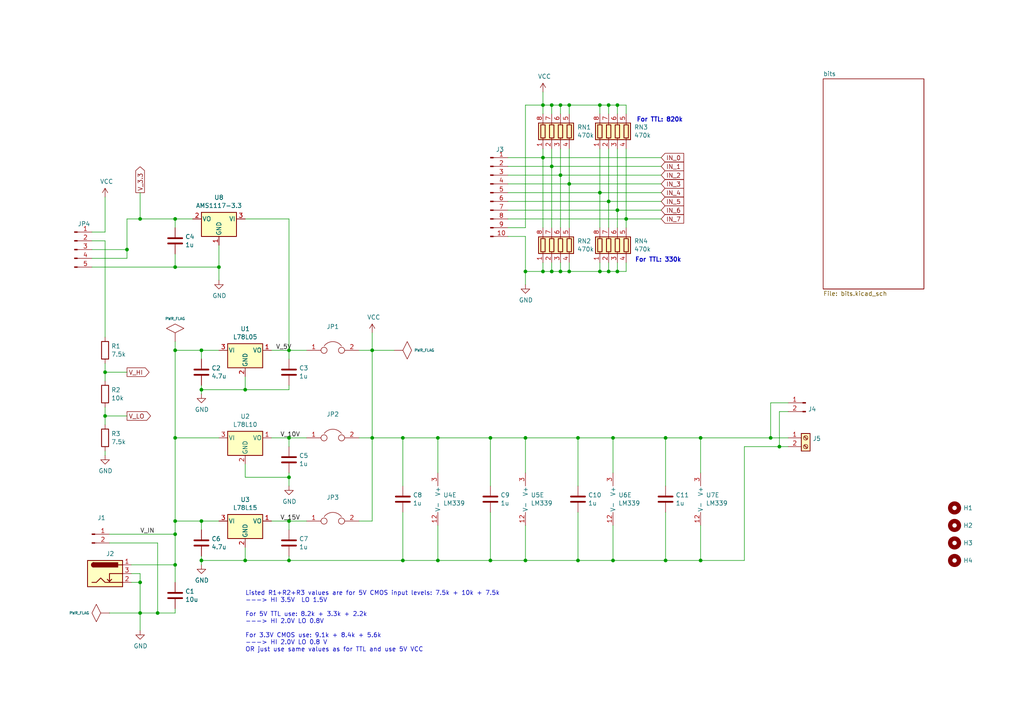
<source format=kicad_sch>
(kicad_sch (version 20231120) (generator "eeschema") (generator_version "8.0")
  (paper "A4")
  (title_block (title "8-bit RGB Logic Probe") (date "2019-04-26") (rev "1.0") (company "sjm 2019-04"))
  (lib_symbols
    (symbol "Comparator:LM339" (pin_names (offset 0.127))
      (property "Reference" "U" (at 0 5.08 0))
      (property "Value" "LM339" (at 0 -5.08 0))
      (symbol "LM339_1_1"
        (polyline (pts (xy -5.08 5.08) (xy 5.08 0) (xy -5.08 -5.08) (xy -5.08 5.08)) (stroke (width 0.254)) (fill (type background)))
        (polyline (pts (xy 3.302 -0.508) (xy 2.794 -0.508) (xy 3.302 0) (xy 2.794 0.508) (xy 2.286 0) (xy 2.794 -0.508) (xy 2.286 -0.508)) (stroke (width 0.127)))
        (pin open_collector line (at 7.62 0 180) (length 2.54) (name "~") (number "2"))
        (pin input line (at -7.62 -2.54 0) (length 2.54) (name "-") (number "4"))
        (pin input line (at -7.62 2.54 0) (length 2.54) (name "+") (number "5"))
      )
      (symbol "LM339_2_1"
        (polyline (pts (xy -5.08 5.08) (xy 5.08 0) (xy -5.08 -5.08) (xy -5.08 5.08)) (stroke (width 0.254)) (fill (type background)))
        (polyline (pts (xy 3.302 -0.508) (xy 2.794 -0.508) (xy 3.302 0) (xy 2.794 0.508) (xy 2.286 0) (xy 2.794 -0.508) (xy 2.286 -0.508)) (stroke (width 0.127)))
        (pin open_collector line (at 7.62 0 180) (length 2.54) (name "~") (number "1"))
        (pin input line (at -7.62 -2.54 0) (length 2.54) (name "-") (number "6"))
        (pin input line (at -7.62 2.54 0) (length 2.54) (name "+") (number "7"))
      )
      (symbol "LM339_3_1"
        (polyline (pts (xy -5.08 5.08) (xy 5.08 0) (xy -5.08 -5.08) (xy -5.08 5.08)) (stroke (width 0.254)) (fill (type background)))
        (polyline (pts (xy 3.302 -0.508) (xy 2.794 -0.508) (xy 3.302 0) (xy 2.794 0.508) (xy 2.286 0) (xy 2.794 -0.508) (xy 2.286 -0.508)) (stroke (width 0.127)))
        (pin input line (at -7.62 -2.54 0) (length 2.54) (name "-") (number "10"))
        (pin input line (at -7.62 2.54 0) (length 2.54) (name "+") (number "11"))
        (pin open_collector line (at 7.62 0 180) (length 2.54) (name "~") (number "13"))
      )
      (symbol "LM339_4_1"
        (polyline (pts (xy -5.08 5.08) (xy 5.08 0) (xy -5.08 -5.08) (xy -5.08 5.08)) (stroke (width 0.254)) (fill (type background)))
        (polyline (pts (xy 3.302 -0.508) (xy 2.794 -0.508) (xy 3.302 0) (xy 2.794 0.508) (xy 2.286 0) (xy 2.794 -0.508) (xy 2.286 -0.508)) (stroke (width 0.127)))
        (pin open_collector line (at 7.62 0 180) (length 2.54) (name "~") (number "14"))
        (pin input line (at -7.62 -2.54 0) (length 2.54) (name "-") (number "8"))
        (pin input line (at -7.62 2.54 0) (length 2.54) (name "+") (number "9"))
      )
      (symbol "LM339_5_1"
        (pin power_in line (at -2.54 -7.62 90) (length 3.81) (name "V-") (number "12"))
        (pin power_in line (at -2.54 7.62 270) (length 3.81) (name "V+") (number "3"))
      )
    )
    (symbol "Connector:Barrel_Jack_Switch" (pin_names hide)
      (property "Reference" "J" (at 0 5.334 0))
      (property "Value" "Barrel_Jack_Switch" (at 0 -5.08 0))
      (symbol "Barrel_Jack_Switch_0_1"
        (rectangle (start -5.08 3.81) (end 5.08 -3.81) (stroke (width 0.254)) (fill (type background)))
        (arc (start -3.302 3.175) (mid -3.9342 2.54) (end -3.302 1.905) (stroke (width 0.254)))
        (arc (start -3.302 3.175) (mid -3.9342 2.54) (end -3.302 1.905) (stroke (width 0.254)) (fill (type outline)))
        (polyline (pts (xy 1.27 -2.286) (xy 1.905 -1.651)) (stroke (width 0.254)))
        (polyline (pts (xy 5.08 2.54) (xy 3.81 2.54)) (stroke (width 0.254)))
        (polyline (pts (xy 5.08 0) (xy 1.27 0) (xy 1.27 -2.286) (xy 0.635 -1.651)) (stroke (width 0.254)))
        (polyline (pts (xy -3.81 -2.54) (xy -2.54 -2.54) (xy -1.27 -1.27) (xy 0 -2.54) (xy 2.54 -2.54) (xy 5.08 -2.54)) (stroke (width 0.254)))
        (rectangle (start 3.683 3.175) (end -3.302 1.905) (stroke (width 0.254)) (fill (type outline)))
      )
      (symbol "Barrel_Jack_Switch_1_1"
        (pin passive line (at 7.62 2.54 180) (length 2.54) (name "~") (number "1"))
        (pin passive line (at 7.62 -2.54 180) (length 2.54) (name "~") (number "2"))
        (pin passive line (at 7.62 0 180) (length 2.54) (name "~") (number "3"))
      )
    )
    (symbol "Connector:Conn_01x02_Male" (pin_names (offset 1.016) hide)
      (property "Reference" "J" (at 0 2.54 0))
      (property "Value" "Conn_01x02_Male" (at 0 -5.08 0))
      (symbol "Conn_01x02_Male_1_1"
        (polyline (pts (xy 1.27 -2.54) (xy 0.8636 -2.54)) (stroke (width 0.1524)))
        (polyline (pts (xy 1.27 0) (xy 0.8636 0)) (stroke (width 0.1524)))
        (rectangle (start 0.8636 -2.413) (end 0 -2.667) (stroke (width 0.1524)) (fill (type outline)))
        (rectangle (start 0.8636 0.127) (end 0 -0.127) (stroke (width 0.1524)) (fill (type outline)))
        (pin passive line (at 5.08 0 180) (length 3.81) (name "Pin_1") (number "1"))
        (pin passive line (at 5.08 -2.54 180) (length 3.81) (name "Pin_2") (number "2"))
      )
    )
    (symbol "Connector:Conn_01x05_Male" (pin_names (offset 1.016) hide)
      (property "Reference" "J" (at 0 7.62 0))
      (property "Value" "Conn_01x05_Male" (at 0 -7.62 0))
      (symbol "Conn_01x05_Male_1_1"
        (polyline (pts (xy 1.27 -5.08) (xy 0.8636 -5.08)) (stroke (width 0.1524)))
        (polyline (pts (xy 1.27 -2.54) (xy 0.8636 -2.54)) (stroke (width 0.1524)))
        (polyline (pts (xy 1.27 0) (xy 0.8636 0)) (stroke (width 0.1524)))
        (polyline (pts (xy 1.27 2.54) (xy 0.8636 2.54)) (stroke (width 0.1524)))
        (polyline (pts (xy 1.27 5.08) (xy 0.8636 5.08)) (stroke (width 0.1524)))
        (rectangle (start 0.8636 -4.953) (end 0 -5.207) (stroke (width 0.1524)) (fill (type outline)))
        (rectangle (start 0.8636 -2.413) (end 0 -2.667) (stroke (width 0.1524)) (fill (type outline)))
        (rectangle (start 0.8636 0.127) (end 0 -0.127) (stroke (width 0.1524)) (fill (type outline)))
        (rectangle (start 0.8636 2.667) (end 0 2.413) (stroke (width 0.1524)) (fill (type outline)))
        (rectangle (start 0.8636 5.207) (end 0 4.953) (stroke (width 0.1524)) (fill (type outline)))
        (pin passive line (at 5.08 5.08 180) (length 3.81) (name "Pin_1") (number "1"))
        (pin passive line (at 5.08 2.54 180) (length 3.81) (name "Pin_2") (number "2"))
        (pin passive line (at 5.08 0 180) (length 3.81) (name "Pin_3") (number "3"))
        (pin passive line (at 5.08 -2.54 180) (length 3.81) (name "Pin_4") (number "4"))
        (pin passive line (at 5.08 -5.08 180) (length 3.81) (name "Pin_5") (number "5"))
      )
    )
    (symbol "Connector:Conn_01x10_Male" (pin_names (offset 1.016) hide)
      (property "Reference" "J" (at 0 12.7 0))
      (property "Value" "Conn_01x10_Male" (at 0 -15.24 0))
      (symbol "Conn_01x10_Male_1_1"
        (polyline (pts (xy 1.27 -12.7) (xy 0.8636 -12.7)) (stroke (width 0.1524)))
        (polyline (pts (xy 1.27 -10.16) (xy 0.8636 -10.16)) (stroke (width 0.1524)))
        (polyline (pts (xy 1.27 -7.62) (xy 0.8636 -7.62)) (stroke (width 0.1524)))
        (polyline (pts (xy 1.27 -5.08) (xy 0.8636 -5.08)) (stroke (width 0.1524)))
        (polyline (pts (xy 1.27 -2.54) (xy 0.8636 -2.54)) (stroke (width 0.1524)))
        (polyline (pts (xy 1.27 0) (xy 0.8636 0)) (stroke (width 0.1524)))
        (polyline (pts (xy 1.27 2.54) (xy 0.8636 2.54)) (stroke (width 0.1524)))
        (polyline (pts (xy 1.27 5.08) (xy 0.8636 5.08)) (stroke (width 0.1524)))
        (polyline (pts (xy 1.27 7.62) (xy 0.8636 7.62)) (stroke (width 0.1524)))
        (polyline (pts (xy 1.27 10.16) (xy 0.8636 10.16)) (stroke (width 0.1524)))
        (rectangle (start 0.8636 -12.573) (end 0 -12.827) (stroke (width 0.1524)) (fill (type outline)))
        (rectangle (start 0.8636 -10.033) (end 0 -10.287) (stroke (width 0.1524)) (fill (type outline)))
        (rectangle (start 0.8636 -7.493) (end 0 -7.747) (stroke (width 0.1524)) (fill (type outline)))
        (rectangle (start 0.8636 -4.953) (end 0 -5.207) (stroke (width 0.1524)) (fill (type outline)))
        (rectangle (start 0.8636 -2.413) (end 0 -2.667) (stroke (width 0.1524)) (fill (type outline)))
        (rectangle (start 0.8636 0.127) (end 0 -0.127) (stroke (width 0.1524)) (fill (type outline)))
        (rectangle (start 0.8636 2.667) (end 0 2.413) (stroke (width 0.1524)) (fill (type outline)))
        (rectangle (start 0.8636 5.207) (end 0 4.953) (stroke (width 0.1524)) (fill (type outline)))
        (rectangle (start 0.8636 7.747) (end 0 7.493) (stroke (width 0.1524)) (fill (type outline)))
        (rectangle (start 0.8636 10.287) (end 0 10.033) (stroke (width 0.1524)) (fill (type outline)))
        (pin passive line (at 5.08 10.16 180) (length 3.81) (name "Pin_1") (number "1"))
        (pin passive line (at 5.08 -12.7 180) (length 3.81) (name "Pin_10") (number "10"))
        (pin passive line (at 5.08 7.62 180) (length 3.81) (name "Pin_2") (number "2"))
        (pin passive line (at 5.08 5.08 180) (length 3.81) (name "Pin_3") (number "3"))
        (pin passive line (at 5.08 2.54 180) (length 3.81) (name "Pin_4") (number "4"))
        (pin passive line (at 5.08 0 180) (length 3.81) (name "Pin_5") (number "5"))
        (pin passive line (at 5.08 -2.54 180) (length 3.81) (name "Pin_6") (number "6"))
        (pin passive line (at 5.08 -5.08 180) (length 3.81) (name "Pin_7") (number "7"))
        (pin passive line (at 5.08 -7.62 180) (length 3.81) (name "Pin_8") (number "8"))
        (pin passive line (at 5.08 -10.16 180) (length 3.81) (name "Pin_9") (number "9"))
      )
    )
    (symbol "Connector:Screw_Terminal_01x02" (pin_names (offset 1.016) hide)
      (property "Reference" "J" (at 0 2.54 0))
      (property "Value" "Screw_Terminal_01x02" (at 0 -5.08 0))
      (symbol "Screw_Terminal_01x02_1_1"
        (rectangle (start -1.27 1.27) (end 1.27 -3.81) (stroke (width 0.254)) (fill (type background)))
        (circle (center 0 -2.54) (radius 0.635) (stroke (width 0.1524)))
        (polyline (pts (xy -0.5334 -2.2098) (xy 0.3302 -3.048)) (stroke (width 0.1524)))
        (polyline (pts (xy -0.5334 0.3302) (xy 0.3302 -0.508)) (stroke (width 0.1524)))
        (polyline (pts (xy -0.3556 -2.032) (xy 0.508 -2.8702)) (stroke (width 0.1524)))
        (polyline (pts (xy -0.3556 0.508) (xy 0.508 -0.3302)) (stroke (width 0.1524)))
        (circle (center 0 0) (radius 0.635) (stroke (width 0.1524)))
        (pin passive line (at -5.08 0 0) (length 3.81) (name "Pin_1") (number "1"))
        (pin passive line (at -5.08 -2.54 0) (length 3.81) (name "Pin_2") (number "2"))
      )
    )
    (symbol "Device:C" (pin_numbers hide) (pin_names (offset 0.254))
      (property "Reference" "C" (at 0.635 2.54 0))
      (property "Value" "C" (at 0.635 -2.54 0))
      (symbol "C_0_1"
        (polyline (pts (xy -2.032 -0.762) (xy 2.032 -0.762)) (stroke (width 0.508)))
        (polyline (pts (xy -2.032 0.762) (xy 2.032 0.762)) (stroke (width 0.508)))
      )
      (symbol "C_1_1"
        (pin passive line (at 0 3.81 270) (length 2.794) (name "~") (number "1"))
        (pin passive line (at 0 -3.81 90) (length 2.794) (name "~") (number "2"))
      )
    )
    (symbol "Device:Jumper" (pin_names (offset 0.762) hide)
      (property "Reference" "JP" (at 0 3.81 0))
      (property "Value" "Device_Jumper" (at 0 -2.032 0))
      (symbol "Jumper_0_1"
        (circle (center -2.54 0) (radius 0.889))
        (arc (start 2.5146 1.27) (mid 0.0078 2.5097) (end -2.4892 1.27))
        (circle (center 2.54 0) (radius 0.889))
        (pin passive line (at -7.62 0 0) (length 4.191) (name "1") (number "1"))
        (pin passive line (at 7.62 0 180) (length 4.191) (name "2") (number "2"))
      )
    )
    (symbol "Device:R" (pin_numbers hide) (pin_names (offset 0))
      (property "Reference" "R" (at 2.032 0 90))
      (property "Value" "R" (at 0 0 90))
      (symbol "R_0_1"
        (rectangle (start -1.016 -2.54) (end 1.016 2.54) (stroke (width 0.254)))
      )
      (symbol "R_1_1"
        (pin passive line (at 0 3.81 270) (length 1.27) (name "~") (number "1"))
        (pin passive line (at 0 -3.81 90) (length 1.27) (name "~") (number "2"))
      )
    )
    (symbol "Device:R_Pack04" (pin_names (offset 0) hide)
      (property "Reference" "RN" (at -7.62 0 90))
      (property "Value" "R_Pack04" (at 5.08 0 90))
      (symbol "R_Pack04_0_1"
        (rectangle (start -6.35 -2.413) (end 3.81 2.413) (stroke (width 0.254)) (fill (type background)))
        (rectangle (start -5.715 1.905) (end -4.445 -1.905) (stroke (width 0.254)))
        (rectangle (start -3.175 1.905) (end -1.905 -1.905) (stroke (width 0.254)))
        (rectangle (start -0.635 1.905) (end 0.635 -1.905) (stroke (width 0.254)))
        (polyline (pts (xy -5.08 -2.54) (xy -5.08 -1.905)))
        (polyline (pts (xy -5.08 1.905) (xy -5.08 2.54)))
        (polyline (pts (xy -2.54 -2.54) (xy -2.54 -1.905)))
        (polyline (pts (xy -2.54 1.905) (xy -2.54 2.54)))
        (polyline (pts (xy 0 -2.54) (xy 0 -1.905)))
        (polyline (pts (xy 0 1.905) (xy 0 2.54)))
        (polyline (pts (xy 2.54 -2.54) (xy 2.54 -1.905)))
        (polyline (pts (xy 2.54 1.905) (xy 2.54 2.54)))
        (rectangle (start 1.905 1.905) (end 3.175 -1.905) (stroke (width 0.254)))
      )
      (symbol "R_Pack04_1_1"
        (pin passive line (at -5.08 -5.08 90) (length 2.54) (name "R1.1") (number "1"))
        (pin passive line (at -2.54 -5.08 90) (length 2.54) (name "R2.1") (number "2"))
        (pin passive line (at 0 -5.08 90) (length 2.54) (name "R3.1") (number "3"))
        (pin passive line (at 2.54 -5.08 90) (length 2.54) (name "R4.1") (number "4"))
        (pin passive line (at 2.54 5.08 270) (length 2.54) (name "R4.2") (number "5"))
        (pin passive line (at 0 5.08 270) (length 2.54) (name "R3.2") (number "6"))
        (pin passive line (at -2.54 5.08 270) (length 2.54) (name "R2.2") (number "7"))
        (pin passive line (at -5.08 5.08 270) (length 2.54) (name "R1.2") (number "8"))
      )
    )
    (symbol "Mechanical:MountingHole" (pin_names (offset 1.016))
      (property "Reference" "H" (at 0 5.08 0))
      (property "Value" "MountingHole" (at 0 3.175 0))
      (symbol "MountingHole_0_1"
        (circle (center 0 0) (radius 1.27) (stroke (width 1.27)))
      )
    )
    (symbol "Regulator_Linear:AMS1117-3.3" (pin_names (offset 0.254))
      (property "Reference" "U" (at -3.81 3.175 0))
      (property "Value" "AMS1117-3.3" (at 0 3.175 0))
      (symbol "AMS1117-3.3_0_1"
        (rectangle (start -5.08 -5.08) (end 5.08 1.905) (stroke (width 0.254)) (fill (type background)))
      )
      (symbol "AMS1117-3.3_1_1"
        (pin power_in line (at 0 -7.62 90) (length 2.54) (name "GND") (number "1"))
        (pin power_out line (at 7.62 0 180) (length 2.54) (name "VO") (number "2"))
        (pin power_in line (at -7.62 0 0) (length 2.54) (name "VI") (number "3"))
      )
    )
    (symbol "Regulator_Linear:L78L05_TO92" (pin_names (offset 0.254))
      (property "Reference" "U" (at -3.81 3.175 0))
      (property "Value" "L78L05_TO92" (at 0 3.175 0))
      (symbol "L78L05_TO92_0_1"
        (rectangle (start -5.08 -5.08) (end 5.08 1.905) (stroke (width 0.254)) (fill (type background)))
      )
      (symbol "L78L05_TO92_1_1"
        (pin power_out line (at 7.62 0 180) (length 2.54) (name "VO") (number "1"))
        (pin power_in line (at 0 -7.62 90) (length 2.54) (name "GND") (number "2"))
        (pin power_in line (at -7.62 0 0) (length 2.54) (name "VI") (number "3"))
      )
    )
    (symbol "Regulator_Linear:L78L10_TO92" (pin_names (offset 0.254))
      (property "Reference" "U" (at -3.81 3.175 0))
      (property "Value" "L78L10_TO92" (at 0 3.175 0))
      (symbol "L78L10_TO92_0_1"
        (rectangle (start -5.08 -5.08) (end 5.08 1.905) (stroke (width 0.254)) (fill (type background)))
      )
      (symbol "L78L10_TO92_1_1"
        (pin power_out line (at 7.62 0 180) (length 2.54) (name "VO") (number "1"))
        (pin power_in line (at 0 -7.62 90) (length 2.54) (name "GND") (number "2"))
        (pin power_in line (at -7.62 0 0) (length 2.54) (name "VI") (number "3"))
      )
    )
    (symbol "Regulator_Linear:L78L15_TO92" (pin_names (offset 0.254))
      (property "Reference" "U" (at -3.81 3.175 0))
      (property "Value" "L78L15_TO92" (at 0 3.175 0))
      (symbol "L78L15_TO92_0_1"
        (rectangle (start -5.08 -5.08) (end 5.08 1.905) (stroke (width 0.254)) (fill (type background)))
      )
      (symbol "L78L15_TO92_1_1"
        (pin power_out line (at 7.62 0 180) (length 2.54) (name "VO") (number "1"))
        (pin power_in line (at 0 -7.62 90) (length 2.54) (name "GND") (number "2"))
        (pin power_in line (at -7.62 0 0) (length 2.54) (name "VI") (number "3"))
      )
    )
    (symbol "power2:PWR_FLAG" (power) (pin_numbers hide) (pin_names (offset 0) hide)
      (property "Value" "power2_PWR_FLAG" (at 0 5.842 0))
      (symbol "PWR_FLAG_0_0"
        (pin power_out line (at 0 0 90) (length 0) (name "pwr") (number "1"))
      )
      (symbol "PWR_FLAG_0_1"
        (polyline (pts (xy 0 0) (xy 0 2.54) (xy 0 2.54)))
        (polyline (pts (xy 0 2.54) (xy -2.54 3.81) (xy 0 5.08) (xy 2.54 3.81) (xy 0 2.54)))
      )
    )
    (symbol "power:GND" (power) (pin_names (offset 0))
      (property "Value" "GND" (at 0 -3.81 0))
      (symbol "GND_0_1"
        (polyline (pts (xy 0 0) (xy 0 -1.27) (xy 1.27 -1.27) (xy 0 -2.54) (xy -1.27 -1.27) (xy 0 -1.27)))
      )
      (symbol "GND_1_1"
        (pin power_in line (at 0 0 270) (length 0) hide (name "GND") (number "1"))
      )
    )
    (symbol "power:VCC" (power) (pin_names (offset 0))
      (property "Value" "VCC" (at 0 3.81 0))
      (symbol "VCC_0_1"
        (polyline (pts (xy -0.762 1.27) (xy 0 2.54)))
        (polyline (pts (xy 0 0) (xy 0 2.54)))
        (polyline (pts (xy 0 2.54) (xy 0.762 1.27)))
      )
      (symbol "VCC_1_1"
        (pin power_in line (at 0 0 90) (length 0) hide (name "VCC") (number "1"))
      )
    )
  )
  (junction (at 226.06 129.54))
  (junction (at 165.1 78.74))
  (junction (at 157.48 30.48))
  (junction (at 160.02 48.26))
  (junction (at 83.82 101.6))
  (junction (at 160.02 30.48))
  (junction (at 152.4 162.56))
  (junction (at 193.04 162.56))
  (junction (at 177.8 162.56))
  (junction (at 58.42 151.13))
  (junction (at 107.95 101.6))
  (junction (at 83.82 162.56))
  (junction (at 71.12 113.03))
  (junction (at 157.48 78.74))
  (junction (at 142.24 162.56))
  (junction (at 165.1 30.48))
  (junction (at 193.04 127))
  (junction (at 203.2 127))
  (junction (at 83.82 138.43))
  (junction (at 181.61 63.5))
  (junction (at 83.82 151.13))
  (junction (at 71.12 162.56))
  (junction (at 50.8 77.47))
  (junction (at 179.07 30.48))
  (junction (at 40.64 177.8))
  (junction (at 176.53 30.48))
  (junction (at 50.8 154.94))
  (junction (at 40.64 168.91))
  (junction (at 40.64 63.5))
  (junction (at 173.99 55.88))
  (junction (at 36.83 72.39))
  (junction (at 50.8 127))
  (junction (at 127 162.56))
  (junction (at 160.02 78.74))
  (junction (at 63.5 77.47))
  (junction (at 179.07 60.96))
  (junction (at 152.4 78.74))
  (junction (at 50.8 101.6))
  (junction (at 223.52 127))
  (junction (at 157.48 45.72))
  (junction (at 152.4 127))
  (junction (at 142.24 127))
  (junction (at 45.72 177.8))
  (junction (at 58.42 162.56))
  (junction (at 107.95 127))
  (junction (at 58.42 101.6))
  (junction (at 50.8 163.83))
  (junction (at 116.84 127))
  (junction (at 50.8 63.5))
  (junction (at 167.64 162.56))
  (junction (at 165.1 53.34))
  (junction (at 176.53 58.42))
  (junction (at 30.48 107.95))
  (junction (at 167.64 127))
  (junction (at 50.8 151.13))
  (junction (at 83.82 127))
  (junction (at 127 127))
  (junction (at 179.07 78.74))
  (junction (at 203.2 162.56))
  (junction (at 173.99 78.74))
  (junction (at 176.53 78.74))
  (junction (at 162.56 78.74))
  (junction (at 173.99 30.48))
  (junction (at 30.48 120.65))
  (junction (at 177.8 127))
  (junction (at 162.56 30.48))
  (junction (at 162.56 50.8))
  (junction (at 58.42 113.03))
  (junction (at 116.84 162.56))
  (wire (pts (xy 50.8 163.83) (xy 50.8 168.91)))
  (wire (pts (xy 177.8 137.16) (xy 177.8 127)))
  (wire (pts (xy 50.8 101.6) (xy 50.8 127)))
  (wire (pts (xy 152.4 162.56) (xy 142.24 162.56)))
  (wire (pts (xy 176.53 58.42) (xy 176.53 66.04)))
  (wire (pts (xy 58.42 113.03) (xy 58.42 114.3)))
  (wire (pts (xy 152.4 30.48) (xy 157.48 30.48)))
  (wire (pts (xy 162.56 76.2) (xy 162.56 78.74)))
  (wire (pts (xy 160.02 66.04) (xy 160.02 48.26)))
  (wire (pts (xy 167.64 127) (xy 152.4 127)))
  (wire (pts (xy 142.24 162.56) (xy 127 162.56)))
  (wire (pts (xy 116.84 162.56) (xy 83.82 162.56)))
  (wire (pts (xy 58.42 104.14) (xy 58.42 101.6)))
  (wire (pts (xy 157.48 26.67) (xy 157.48 30.48)))
  (wire (pts (xy 31.75 157.48) (xy 45.72 157.48)))
  (wire (pts (xy 203.2 152.4) (xy 203.2 162.56)))
  (wire (pts (xy 30.48 123.19) (xy 30.48 120.65)))
  (wire (pts (xy 58.42 151.13) (xy 50.8 151.13)))
  (wire (pts (xy 223.52 127) (xy 203.2 127)))
  (wire (pts (xy 58.42 153.67) (xy 58.42 151.13)))
  (wire (pts (xy 152.4 82.55) (xy 152.4 78.74)))
  (wire (pts (xy 177.8 152.4) (xy 177.8 162.56)))
  (wire (pts (xy 176.53 30.48) (xy 173.99 30.48)))
  (wire (pts (xy 55.88 63.5) (xy 50.8 63.5)))
  (wire (pts (xy 160.02 43.18) (xy 160.02 48.26)))
  (wire (pts (xy 83.82 63.5) (xy 71.12 63.5)))
  (wire (pts (xy 71.12 109.22) (xy 71.12 113.03)))
  (wire (pts (xy 165.1 30.48) (xy 162.56 30.48)))
  (wire (pts (xy 50.8 127) (xy 63.5 127)))
  (wire (pts (xy 147.32 58.42) (xy 176.53 58.42)))
  (wire (pts (xy 157.48 76.2) (xy 157.48 78.74)))
  (wire (pts (xy 191.77 48.26) (xy 160.02 48.26)))
  (wire (pts (xy 152.4 137.16) (xy 152.4 127)))
  (wire (pts (xy 71.12 113.03) (xy 58.42 113.03)))
  (wire (pts (xy 38.1 168.91) (xy 40.64 168.91)))
  (wire (pts (xy 40.64 55.88) (xy 40.64 63.5)))
  (wire (pts (xy 71.12 134.62) (xy 71.12 138.43)))
  (wire (pts (xy 26.67 77.47) (xy 50.8 77.47)))
  (wire (pts (xy 26.67 72.39) (xy 36.83 72.39)))
  (wire (pts (xy 71.12 158.75) (xy 71.12 162.56)))
  (wire (pts (xy 167.64 162.56) (xy 152.4 162.56)))
  (wire (pts (xy 226.06 119.38) (xy 226.06 129.54)))
  (wire (pts (xy 38.1 166.37) (xy 40.64 166.37)))
  (wire (pts (xy 58.42 101.6) (xy 50.8 101.6)))
  (wire (pts (xy 127 162.56) (xy 116.84 162.56)))
  (wire (pts (xy 179.07 30.48) (xy 176.53 30.48)))
  (wire (pts (xy 83.82 111.76) (xy 83.82 113.03)))
  (wire (pts (xy 30.48 107.95) (xy 30.48 105.41)))
  (wire (pts (xy 83.82 101.6) (xy 88.9 101.6)))
  (wire (pts (xy 116.84 148.59) (xy 116.84 162.56)))
  (wire (pts (xy 160.02 30.48) (xy 157.48 30.48)))
  (wire (pts (xy 215.9 129.54) (xy 215.9 162.56)))
  (wire (pts (xy 157.48 43.18) (xy 157.48 45.72)))
  (wire (pts (xy 83.82 63.5) (xy 83.82 101.6)))
  (wire (pts (xy 127 137.16) (xy 127 127)))
  (wire (pts (xy 157.48 66.04) (xy 157.48 45.72)))
  (wire (pts (xy 181.61 63.5) (xy 181.61 66.04)))
  (wire (pts (xy 142.24 127) (xy 127 127)))
  (wire (pts (xy 177.8 162.56) (xy 167.64 162.56)))
  (wire (pts (xy 176.53 33.02) (xy 176.53 30.48)))
  (wire (pts (xy 203.2 162.56) (xy 193.04 162.56)))
  (wire (pts (xy 142.24 140.97) (xy 142.24 127)))
  (wire (pts (xy 147.32 60.96) (xy 179.07 60.96)))
  (wire (pts (xy 181.61 43.18) (xy 181.61 63.5)))
  (wire (pts (xy 83.82 127) (xy 88.9 127)))
  (wire (pts (xy 203.2 127) (xy 193.04 127)))
  (wire (pts (xy 58.42 111.76) (xy 58.42 113.03)))
  (wire (pts (xy 30.48 110.49) (xy 30.48 107.95)))
  (wire (pts (xy 83.82 129.54) (xy 83.82 127)))
  (wire (pts (xy 193.04 140.97) (xy 193.04 127)))
  (wire (pts (xy 152.4 152.4) (xy 152.4 162.56)))
  (wire (pts (xy 50.8 176.53) (xy 50.8 177.8)))
  (wire (pts (xy 173.99 76.2) (xy 173.99 78.74)))
  (wire (pts (xy 147.32 50.8) (xy 162.56 50.8)))
  (wire (pts (xy 162.56 78.74) (xy 165.1 78.74)))
  (wire (pts (xy 181.61 63.5) (xy 191.77 63.5)))
  (wire (pts (xy 116.84 127) (xy 107.95 127)))
  (wire (pts (xy 162.56 43.18) (xy 162.56 50.8)))
  (wire (pts (xy 63.5 77.47) (xy 63.5 71.12)))
  (wire (pts (xy 152.4 127) (xy 142.24 127)))
  (wire (pts (xy 58.42 162.56) (xy 58.42 163.83)))
  (wire (pts (xy 40.64 166.37) (xy 40.64 168.91)))
  (wire (pts (xy 173.99 33.02) (xy 173.99 30.48)))
  (wire (pts (xy 50.8 66.04) (xy 50.8 63.5)))
  (wire (pts (xy 107.95 127) (xy 107.95 151.13)))
  (wire (pts (xy 165.1 76.2) (xy 165.1 78.74)))
  (wire (pts (xy 83.82 113.03) (xy 71.12 113.03)))
  (wire (pts (xy 104.14 101.6) (xy 107.95 101.6)))
  (wire (pts (xy 181.61 78.74) (xy 181.61 76.2)))
  (wire (pts (xy 78.74 151.13) (xy 83.82 151.13)))
  (wire (pts (xy 160.02 33.02) (xy 160.02 30.48)))
  (wire (pts (xy 181.61 30.48) (xy 179.07 30.48)))
  (wire (pts (xy 63.5 101.6) (xy 58.42 101.6)))
  (wire (pts (xy 50.8 99.06) (xy 50.8 101.6)))
  (wire (pts (xy 193.04 148.59) (xy 193.04 162.56)))
  (wire (pts (xy 157.48 78.74) (xy 160.02 78.74)))
  (wire (pts (xy 147.32 68.58) (xy 152.4 68.58)))
  (wire (pts (xy 36.83 63.5) (xy 36.83 72.39)))
  (wire (pts (xy 157.48 30.48) (xy 157.48 33.02)))
  (wire (pts (xy 58.42 161.29) (xy 58.42 162.56)))
  (wire (pts (xy 127 127) (xy 116.84 127)))
  (wire (pts (xy 176.53 76.2) (xy 176.53 78.74)))
  (wire (pts (xy 78.74 127) (xy 83.82 127)))
  (wire (pts (xy 179.07 43.18) (xy 179.07 60.96)))
  (wire (pts (xy 176.53 43.18) (xy 176.53 58.42)))
  (wire (pts (xy 160.02 78.74) (xy 162.56 78.74)))
  (wire (pts (xy 179.07 76.2) (xy 179.07 78.74)))
  (wire (pts (xy 83.82 140.97) (xy 83.82 138.43)))
  (wire (pts (xy 45.72 177.8) (xy 40.64 177.8)))
  (wire (pts (xy 83.82 137.16) (xy 83.82 138.43)))
  (wire (pts (xy 228.6 119.38) (xy 226.06 119.38)))
  (wire (pts (xy 83.82 161.29) (xy 83.82 162.56)))
  (wire (pts (xy 152.4 68.58) (xy 152.4 78.74)))
  (wire (pts (xy 173.99 55.88) (xy 173.99 66.04)))
  (wire (pts (xy 152.4 78.74) (xy 157.48 78.74)))
  (wire (pts (xy 83.82 162.56) (xy 71.12 162.56)))
  (wire (pts (xy 36.83 72.39) (xy 36.83 74.93)))
  (wire (pts (xy 31.75 177.8) (xy 40.64 177.8)))
  (wire (pts (xy 191.77 60.96) (xy 179.07 60.96)))
  (wire (pts (xy 50.8 154.94) (xy 50.8 163.83)))
  (wire (pts (xy 165.1 43.18) (xy 165.1 53.34)))
  (wire (pts (xy 228.6 116.84) (xy 223.52 116.84)))
  (wire (pts (xy 215.9 162.56) (xy 203.2 162.56)))
  (wire (pts (xy 40.64 168.91) (xy 40.64 177.8)))
  (wire (pts (xy 191.77 55.88) (xy 173.99 55.88)))
  (wire (pts (xy 162.56 50.8) (xy 191.77 50.8)))
  (wire (pts (xy 173.99 30.48) (xy 165.1 30.48)))
  (wire (pts (xy 160.02 76.2) (xy 160.02 78.74)))
  (wire (pts (xy 162.56 66.04) (xy 162.56 50.8)))
  (wire (pts (xy 50.8 73.66) (xy 50.8 77.47)))
  (wire (pts (xy 179.07 33.02) (xy 179.07 30.48)))
  (wire (pts (xy 193.04 162.56) (xy 177.8 162.56)))
  (wire (pts (xy 165.1 66.04) (xy 165.1 53.34)))
  (wire (pts (xy 176.53 58.42) (xy 191.77 58.42)))
  (wire (pts (xy 63.5 151.13) (xy 58.42 151.13)))
  (wire (pts (xy 30.48 107.95) (xy 36.83 107.95)))
  (wire (pts (xy 50.8 177.8) (xy 45.72 177.8)))
  (wire (pts (xy 179.07 60.96) (xy 179.07 66.04)))
  (wire (pts (xy 38.1 163.83) (xy 50.8 163.83)))
  (wire (pts (xy 193.04 127) (xy 177.8 127)))
  (wire (pts (xy 177.8 127) (xy 167.64 127)))
  (wire (pts (xy 45.72 157.48) (xy 45.72 177.8)))
  (wire (pts (xy 50.8 77.47) (xy 63.5 77.47)))
  (wire (pts (xy 167.64 140.97) (xy 167.64 127)))
  (wire (pts (xy 157.48 45.72) (xy 191.77 45.72)))
  (wire (pts (xy 83.82 138.43) (xy 71.12 138.43)))
  (wire (pts (xy 223.52 116.84) (xy 223.52 127)))
  (wire (pts (xy 147.32 63.5) (xy 181.61 63.5)))
  (wire (pts (xy 142.24 148.59) (xy 142.24 162.56)))
  (wire (pts (xy 50.8 151.13) (xy 50.8 154.94)))
  (wire (pts (xy 30.48 69.85) (xy 26.67 69.85)))
  (wire (pts (xy 83.82 151.13) (xy 88.9 151.13)))
  (wire (pts (xy 228.6 129.54) (xy 226.06 129.54)))
  (wire (pts (xy 107.95 101.6) (xy 107.95 127)))
  (wire (pts (xy 30.48 120.65) (xy 30.48 118.11)))
  (wire (pts (xy 107.95 151.13) (xy 104.14 151.13)))
  (wire (pts (xy 127 152.4) (xy 127 162.56)))
  (wire (pts (xy 26.67 67.31) (xy 30.48 67.31)))
  (wire (pts (xy 83.82 153.67) (xy 83.82 151.13)))
  (wire (pts (xy 63.5 81.28) (xy 63.5 77.47)))
  (wire (pts (xy 116.84 140.97) (xy 116.84 127)))
  (wire (pts (xy 71.12 162.56) (xy 58.42 162.56)))
  (wire (pts (xy 31.75 154.94) (xy 50.8 154.94)))
  (wire (pts (xy 78.74 101.6) (xy 83.82 101.6)))
  (wire (pts (xy 40.64 182.88) (xy 40.64 177.8)))
  (wire (pts (xy 173.99 43.18) (xy 173.99 55.88)))
  (wire (pts (xy 173.99 78.74) (xy 176.53 78.74)))
  (wire (pts (xy 162.56 33.02) (xy 162.56 30.48)))
  (wire (pts (xy 167.64 148.59) (xy 167.64 162.56)))
  (wire (pts (xy 30.48 67.31) (xy 30.48 57.15)))
  (wire (pts (xy 147.32 55.88) (xy 173.99 55.88)))
  (wire (pts (xy 50.8 63.5) (xy 40.64 63.5)))
  (wire (pts (xy 165.1 78.74) (xy 173.99 78.74)))
  (wire (pts (xy 147.32 45.72) (xy 157.48 45.72)))
  (wire (pts (xy 152.4 66.04) (xy 152.4 30.48)))
  (wire (pts (xy 176.53 78.74) (xy 179.07 78.74)))
  (wire (pts (xy 147.32 66.04) (xy 152.4 66.04)))
  (wire (pts (xy 203.2 137.16) (xy 203.2 127)))
  (wire (pts (xy 30.48 120.65) (xy 36.83 120.65)))
  (wire (pts (xy 147.32 53.34) (xy 165.1 53.34)))
  (wire (pts (xy 181.61 33.02) (xy 181.61 30.48)))
  (wire (pts (xy 40.64 63.5) (xy 36.83 63.5)))
  (wire (pts (xy 165.1 53.34) (xy 191.77 53.34)))
  (wire (pts (xy 107.95 96.52) (xy 107.95 101.6)))
  (wire (pts (xy 26.67 74.93) (xy 36.83 74.93)))
  (wire (pts (xy 147.32 48.26) (xy 160.02 48.26)))
  (wire (pts (xy 30.48 69.85) (xy 30.48 97.79)))
  (wire (pts (xy 104.14 127) (xy 107.95 127)))
  (wire (pts (xy 83.82 104.14) (xy 83.82 101.6)))
  (wire (pts (xy 162.56 30.48) (xy 160.02 30.48)))
  (wire (pts (xy 179.07 78.74) (xy 181.61 78.74)))
  (wire (pts (xy 165.1 33.02) (xy 165.1 30.48)))
  (wire (pts (xy 50.8 127) (xy 50.8 151.13)))
  (wire (pts (xy 30.48 130.81) (xy 30.48 132.08)))
  (wire (pts (xy 114.3 101.6) (xy 107.95 101.6)))
  (wire (pts (xy 226.06 129.54) (xy 215.9 129.54)))
  (wire (pts (xy 228.6 127) (xy 223.52 127)))
  (text "For TTL: 820k" (at 198.12 35.56 0) (effects (font (size 1.27 1.27) (thickness 0.254) (bold yes)) (justify right bottom)))
  (text "Listed R1+R2+R3 values are for 5V CMOS input levels: 7.5k + 10k + 7.5k\n---> HI 3.5V  LO 1.5V\n\nFor 5V TTL use: 8.2k + 3.3k + 2.2k\n---> HI 2.0V LO 0.8V\n\nFor 3.3V CMOS use: 9.1k + 8.4k + 5.6k\n---> HI 2.0V LO 0.8 V\nOR just use same values as for TTL and use 5V VCC" (at 71.12 189.23 0) (effects (font (size 1.27 1.27)) (justify left bottom)))
  (text "For TTL: 330k" (at 184.15 76.2 0) (effects (font (size 1.27 1.27) (thickness 0.254) (bold yes)) (justify left bottom)))
  (label "V_5V" (at 80.01 101.6 0))
  (label "V_10V" (at 81.28 127 0))
  (label "V_IN" (at 40.64 154.94 0))
  (label "V_15V" (at 81.28 151.13 0))
  (global_label "IN_3" (shape input) (at 191.77 53.34 0) (property "Intersheetrefs" "${INTERSHEET_REFS}" (effects (hide yes))))
  (global_label "IN_0" (shape input) (at 191.77 45.72 0) (property "Intersheetrefs" "${INTERSHEET_REFS}" (effects (hide yes))))
  (global_label "IN_2" (shape input) (at 191.77 50.8 0) (property "Intersheetrefs" "${INTERSHEET_REFS}" (effects (hide yes))))
  (global_label "IN_4" (shape input) (at 191.77 55.88 0) (property "Intersheetrefs" "${INTERSHEET_REFS}" (effects (hide yes))))
  (global_label "V_LO" (shape output) (at 36.83 120.65 0) (property "Intersheetrefs" "${INTERSHEET_REFS}" (effects (hide yes))))
  (global_label "V_HI" (shape output) (at 36.83 107.95 0) (property "Intersheetrefs" "${INTERSHEET_REFS}" (effects (hide yes))))
  (global_label "IN_7" (shape input) (at 191.77 63.5 0) (property "Intersheetrefs" "${INTERSHEET_REFS}" (effects (hide yes))))
  (global_label "IN_6" (shape input) (at 191.77 60.96 0) (property "Intersheetrefs" "${INTERSHEET_REFS}" (effects (hide yes))))
  (global_label "V_3.3" (shape output) (at 40.64 55.88 90) (property "Intersheetrefs" "${INTERSHEET_REFS}" (effects (hide yes))))
  (global_label "IN_1" (shape input) (at 191.77 48.26 0) (property "Intersheetrefs" "${INTERSHEET_REFS}" (effects (hide yes))))
  (global_label "IN_5" (shape input) (at 191.77 58.42 0) (property "Intersheetrefs" "${INTERSHEET_REFS}" (effects (hide yes))))
  (symbol (lib_id "Device:R_Pack04") (at 162.56 38.1 0) (unit 1)
    (property "Reference" "RN1" (at 167.4114 36.9062 0) (effects (justify left)))
    (property "Value" "470k" (at 167.4114 39.2684 0) (effects (justify left)))
    (property "Footprint" "Resistors_SMD:R_Array_Concave_4x0603" (effects (hide yes)))
  )
  (symbol (lib_id "Device:R_Pack04") (at 162.56 71.12 0) (unit 1)
    (property "Reference" "RN2" (at 167.4114 69.9262 0) (effects (justify left)))
    (property "Value" "470k" (at 167.4114 72.2884 0) (effects (justify left)))
    (property "Footprint" "Resistors_SMD:R_Array_Concave_4x0603" (effects (hide yes)))
  )
  (symbol (lib_id "Device:R") (at 30.48 101.6 0) (unit 1)
    (property "Reference" "R1" (at 32.258 100.4062 0) (effects (justify left)))
    (property "Value" "7.5k" (at 32.258 102.7684 0) (effects (justify left)))
    (property "Footprint" "Resistors_SMD:R_1206_HandSoldering" (effects (hide yes)))
  )
  (symbol (lib_id "Device:R") (at 30.48 114.3 0) (unit 1)
    (property "Reference" "R2" (at 32.258 113.1062 0) (effects (justify left)))
    (property "Value" "10k" (at 32.258 115.4684 0) (effects (justify left)))
    (property "Footprint" "Resistors_SMD:R_1206_HandSoldering" (effects (hide yes)))
  )
  (symbol (lib_id "Device:R") (at 30.48 127 0) (unit 1)
    (property "Reference" "R3" (at 32.258 125.8062 0) (effects (justify left)))
    (property "Value" "7.5k" (at 32.258 128.1684 0) (effects (justify left)))
    (property "Footprint" "Resistors_SMD:R_1206_HandSoldering" (effects (hide yes)))
  )
  (symbol (lib_id "power:GND") (at 30.48 132.08 0) (unit 1)
    (property "Reference" "#PWR02" (effects (hide yes)))
    (property "Value" "GND" (at 30.607 136.5758 0))
  )
  (symbol (lib_id "power:VCC") (at 30.48 57.15 0) (unit 1)
    (property "Reference" "#PWR01" (effects (hide yes)))
    (property "Value" "VCC" (at 30.9118 52.6542 0))
  )
  (symbol (lib_id "power:VCC") (at 157.48 26.67 0) (unit 1)
    (property "Reference" "#PWR09" (effects (hide yes)))
    (property "Value" "VCC" (at 157.9118 22.1742 0))
  )
  (symbol (lib_id "Mechanical:MountingHole") (at 276.86 162.56 0) (unit 1)
    (property "Reference" "H4" (at 279.4 162.56 0) (effects (justify left)))
    (property "Value" "MountingHole" (effects (hide yes)))
    (property "Footprint" "Mounting_Holes:MountingHole_3.2mm_M3_Pad_Via" (effects (hide yes)))
  )
  (symbol (lib_id "Mechanical:MountingHole") (at 276.86 157.48 0) (unit 1)
    (property "Reference" "H3" (at 279.4 157.48 0) (effects (justify left)))
    (property "Value" "MountingHole" (effects (hide yes)))
    (property "Footprint" "Mounting_Holes:MountingHole_3.2mm_M3_Pad_Via" (effects (hide yes)))
  )
  (symbol (lib_id "Mechanical:MountingHole") (at 276.86 152.4 0) (unit 1)
    (property "Reference" "H2" (at 279.4 152.4 0) (effects (justify left)))
    (property "Value" "MountingHole" (effects (hide yes)))
    (property "Footprint" "Mounting_Holes:MountingHole_3.2mm_M3_Pad_Via" (effects (hide yes)))
  )
  (symbol (lib_id "Mechanical:MountingHole") (at 276.86 147.32 0) (unit 1)
    (property "Reference" "H1" (at 279.4 147.32 0) (effects (justify left)))
    (property "Value" "MountingHole" (effects (hide yes)))
    (property "Footprint" "Mounting_Holes:MountingHole_3.2mm_M3_Pad_Via" (effects (hide yes)))
  )
  (symbol (lib_id "Device:C") (at 50.8 172.72 0) (unit 1)
    (property "Reference" "C1" (at 53.721 171.5262 0) (effects (justify left)))
    (property "Value" "10u" (at 53.721 173.8884 0) (effects (justify left)))
    (property "Footprint" "Capacitors_ThroughHole:C_Disc_D6.0mm_W2.5mm_P5.00mm" (effects (hide yes)))
  )
  (symbol (lib_id "Device:Jumper") (at 96.52 101.6 0) (unit 1)
    (property "Reference" "JP1" (at 96.52 94.742 0))
    (property "Value" "Jumper" (effects (hide yes)))
    (property "Footprint" "w_pin_strip:pin_strip_2" (effects (hide yes)))
  )
  (symbol (lib_id "Device:Jumper") (at 96.52 127 0) (unit 1)
    (property "Reference" "JP2" (at 96.52 120.142 0))
    (property "Value" "Jumper" (effects (hide yes)))
    (property "Footprint" "w_pin_strip:pin_strip_2" (effects (hide yes)))
  )
  (symbol (lib_id "Device:Jumper") (at 96.52 151.13 0) (unit 1)
    (property "Reference" "JP3" (at 96.52 144.272 0))
    (property "Value" "Jumper" (effects (hide yes)))
    (property "Footprint" "w_pin_strip:pin_strip_2" (effects (hide yes)))
  )
  (symbol (lib_id "power:GND") (at 40.64 182.88 0) (unit 1)
    (property "Reference" "#PWR03" (effects (hide yes)))
    (property "Value" "GND" (at 40.767 187.3758 0))
  )
  (symbol (lib_id "Device:C") (at 58.42 107.95 0) (unit 1)
    (property "Reference" "C2" (at 61.341 106.7562 0) (effects (justify left)))
    (property "Value" "4.7u" (at 61.341 109.1184 0) (effects (justify left)))
    (property "Footprint" "Capacitors_ThroughHole:C_Disc_D6.0mm_W2.5mm_P5.00mm" (effects (hide yes)))
  )
  (symbol (lib_id "Device:C") (at 58.42 157.48 0) (unit 1)
    (property "Reference" "C6" (at 61.341 156.2862 0) (effects (justify left)))
    (property "Value" "4.7u" (at 61.341 158.6484 0) (effects (justify left)))
    (property "Footprint" "Capacitors_ThroughHole:C_Disc_D6.0mm_W2.5mm_P5.00mm" (effects (hide yes)))
  )
  (symbol (lib_id "power:GND") (at 58.42 163.83 0) (unit 1)
    (property "Reference" "#PWR06" (effects (hide yes)))
    (property "Value" "GND" (at 58.547 168.3258 0))
  )
  (symbol (lib_id "power:GND") (at 83.82 140.97 0) (unit 1)
    (property "Reference" "#PWR05" (effects (hide yes)))
    (property "Value" "GND" (at 83.947 145.4658 0))
  )
  (symbol (lib_id "power:GND") (at 58.42 114.3 0) (unit 1)
    (property "Reference" "#PWR04" (effects (hide yes)))
    (property "Value" "GND" (at 58.547 118.7958 0))
  )
  (symbol (lib_id "Device:C") (at 83.82 107.95 0) (unit 1)
    (property "Reference" "C3" (at 86.741 106.7562 0) (effects (justify left)))
    (property "Value" "1u" (at 86.741 109.1184 0) (effects (justify left)))
    (property "Footprint" "Capacitors_ThroughHole:C_Disc_D6.0mm_W2.5mm_P5.00mm" (effects (hide yes)))
  )
  (symbol (lib_id "Device:C") (at 83.82 133.35 0) (unit 1)
    (property "Reference" "C5" (at 86.741 132.1562 0) (effects (justify left)))
    (property "Value" "1u" (at 86.741 134.5184 0) (effects (justify left)))
    (property "Footprint" "Capacitors_ThroughHole:C_Disc_D6.0mm_W2.5mm_P5.00mm" (effects (hide yes)))
  )
  (symbol (lib_id "Device:C") (at 83.82 157.48 0) (unit 1)
    (property "Reference" "C7" (at 86.741 156.2862 0) (effects (justify left)))
    (property "Value" "1u" (at 86.741 158.6484 0) (effects (justify left)))
    (property "Footprint" "Capacitors_ThroughHole:C_Disc_D6.0mm_W2.5mm_P5.00mm" (effects (hide yes)))
  )
  (symbol (lib_id "power:VCC") (at 107.95 96.52 0) (unit 1)
    (property "Reference" "#PWR07" (effects (hide yes)))
    (property "Value" "VCC" (at 108.3818 92.0242 0))
  )
  (symbol (lib_id "power2:PWR_FLAG") (at 31.75 177.8 90) (unit 1)
    (property "Reference" "#FLG01" (effects (hide yes)))
    (property "Value" "PWR_FLAG" (at 25.8826 177.8 90) (effects (font (size 0.762 0.762)) (justify left)))
  )
  (symbol (lib_id "power2:PWR_FLAG") (at 114.3 101.6 270) (mirror x) (unit 1)
    (property "Reference" "#FLG03" (effects (hide yes)))
    (property "Value" "PWR_FLAG" (at 120.1674 101.6 90) (effects (font (size 0.762 0.762)) (justify left)))
  )
  (symbol (lib_id "power2:PWR_FLAG") (at 50.8 99.06 0) (unit 1)
    (property "Reference" "#FLG02" (effects (hide yes)))
    (property "Value" "PWR_FLAG" (at 50.8 92.4306 0) (effects (font (size 0.762 0.762))))
  )
  (symbol (lib_id "Comparator:LM339") (at 129.54 144.78 0) (unit 5)
    (property "Reference" "U4" (at 128.5494 143.5862 0) (effects (justify left)))
    (property "Value" "LM339" (at 128.5494 145.9484 0) (effects (justify left)))
    (property "Footprint" "Housings_SOIC:SOIC-14_3.9x8.7mm_Pitch1.27mm" (effects (hide yes)))
    (property "Datasheet" "http://www.ti.com/lit/ds/symlink/lm339.pdf" (effects (hide yes)))
  )
  (symbol (lib_id "Device:C") (at 116.84 144.78 0) (unit 1)
    (property "Reference" "C8" (at 119.761 143.5862 0) (effects (justify left)))
    (property "Value" "1u" (at 119.761 145.9484 0) (effects (justify left)))
    (property "Footprint" "Capacitors_ThroughHole:C_Disc_D6.0mm_W2.5mm_P5.00mm" (effects (hide yes)))
  )
  (symbol (lib_id "Connector:Barrel_Jack_Switch") (at 30.48 166.37 0) (unit 1)
    (property "Reference" "J2" (at 31.9532 160.6042 0))
    (property "Value" "Barrel_Jack_Switch" (effects (hide yes)))
    (property "Footprint" "Connector_BarrelJack:BarrelJack_Horizontal" (effects (hide yes)))
  )
  (symbol (lib_id "Connector:Conn_01x10_Male") (at 142.24 55.88 0) (unit 1)
    (property "Reference" "J3" (at 145.0086 43.3578 0))
    (property "Value" "Conn_01x10_Male" (effects (hide yes)))
    (property "Footprint" "w_pin_strip:pin_strip_10" (effects (hide yes)))
  )
  (symbol (lib_id "Device:R_Pack04") (at 179.07 38.1 0) (unit 1)
    (property "Reference" "RN3" (at 183.9214 36.9062 0) (effects (justify left)))
    (property "Value" "470k" (at 183.9214 39.2684 0) (effects (justify left)))
    (property "Footprint" "Resistors_SMD:R_Array_Concave_4x0603" (effects (hide yes)))
  )
  (symbol (lib_id "Device:R_Pack04") (at 179.07 71.12 0) (unit 1)
    (property "Reference" "RN4" (at 183.9214 69.9262 0) (effects (justify left)))
    (property "Value" "470k" (at 183.9214 72.2884 0) (effects (justify left)))
    (property "Footprint" "Resistors_SMD:R_Array_Concave_4x0603" (effects (hide yes)))
  )
  (symbol (lib_id "power:GND") (at 152.4 82.55 0) (unit 1)
    (property "Reference" "#PWR08" (effects (hide yes)))
    (property "Value" "GND" (at 152.527 87.0458 0))
  )
  (symbol (lib_id "Regulator_Linear:AMS1117-3.3") (at 63.5 63.5 0) (mirror y) (unit 1)
    (property "Reference" "U8" (at 63.5 57.277 0))
    (property "Value" "AMS1117-3.3" (at 63.5 59.6392 0))
    (property "Footprint" "w_smd_trans:sot223" (effects (hide yes)))
    (property "Datasheet" "http://www.advanced-monolithic.com/pdf/ds1117.pdf" (effects (hide yes)))
  )
  (symbol (lib_id "power:GND") (at 63.5 81.28 0) (unit 1)
    (property "Reference" "#PWR0115" (effects (hide yes)))
    (property "Value" "GND" (at 63.627 85.7758 0))
  )
  (symbol (lib_id "Device:C") (at 50.8 69.85 0) (unit 1)
    (property "Reference" "C4" (at 53.721 68.6562 0) (effects (justify left)))
    (property "Value" "1u" (at 53.721 71.0184 0) (effects (justify left)))
    (property "Footprint" "Capacitors_ThroughHole:C_Disc_D6.0mm_W2.5mm_P5.00mm" (effects (hide yes)))
  )
  (symbol (lib_id "Comparator:LM339") (at 154.94 144.78 0) (unit 5)
    (property "Reference" "U5" (at 153.9494 143.5862 0) (effects (justify left)))
    (property "Value" "LM339" (at 153.9494 145.9484 0) (effects (justify left)))
    (property "Footprint" "Housings_SOIC:SOIC-14_3.9x8.7mm_Pitch1.27mm" (effects (hide yes)))
    (property "Datasheet" "http://www.ti.com/lit/ds/symlink/lm339.pdf" (effects (hide yes)))
  )
  (symbol (lib_id "Device:C") (at 142.24 144.78 0) (unit 1)
    (property "Reference" "C9" (at 145.161 143.5862 0) (effects (justify left)))
    (property "Value" "1u" (at 145.161 145.9484 0) (effects (justify left)))
    (property "Footprint" "Capacitors_ThroughHole:C_Disc_D6.0mm_W2.5mm_P5.00mm" (effects (hide yes)))
  )
  (symbol (lib_id "Connector:Conn_01x02_Male") (at 26.67 154.94 0) (unit 1)
    (property "Reference" "J1" (at 29.4386 150.1902 0))
    (property "Value" "Conn_01x02_Male" (effects (hide yes)))
    (property "Footprint" "w_pin_strip:pin_strip_2" (effects (hide yes)))
  )
  (symbol (lib_id "Comparator:LM339") (at 180.34 144.78 0) (unit 5)
    (property "Reference" "U6" (at 179.3494 143.5862 0) (effects (justify left)))
    (property "Value" "LM339" (at 179.3494 145.9484 0) (effects (justify left)))
    (property "Footprint" "Housings_SOIC:SOIC-14_3.9x8.7mm_Pitch1.27mm" (effects (hide yes)))
    (property "Datasheet" "http://www.ti.com/lit/ds/symlink/lm339.pdf" (effects (hide yes)))
  )
  (symbol (lib_id "Comparator:LM339") (at 205.74 144.78 0) (unit 5)
    (property "Reference" "U7" (at 204.7494 143.5862 0) (effects (justify left)))
    (property "Value" "LM339" (at 204.7494 145.9484 0) (effects (justify left)))
    (property "Footprint" "Housings_SOIC:SOIC-14_3.9x8.7mm_Pitch1.27mm" (effects (hide yes)))
    (property "Datasheet" "http://www.ti.com/lit/ds/symlink/lm339.pdf" (effects (hide yes)))
  )
  (symbol (lib_id "Connector:Conn_01x02_Male") (at 233.68 116.84 0) (mirror y) (unit 1)
    (property "Reference" "J4" (at 234.3658 118.6688 0) (effects (justify right)))
    (property "Value" "Conn_01x02_Male" (effects (hide yes)))
    (property "Footprint" "w_pin_strip:pin_strip_2" (effects (hide yes)))
  )
  (symbol (lib_id "Device:C") (at 167.64 144.78 0) (unit 1)
    (property "Reference" "C10" (at 170.561 143.5862 0) (effects (justify left)))
    (property "Value" "1u" (at 170.561 145.9484 0) (effects (justify left)))
    (property "Footprint" "Capacitors_ThroughHole:C_Disc_D6.0mm_W2.5mm_P5.00mm" (effects (hide yes)))
  )
  (symbol (lib_id "Device:C") (at 193.04 144.78 0) (unit 1)
    (property "Reference" "C11" (at 195.961 143.5862 0) (effects (justify left)))
    (property "Value" "1u" (at 195.961 145.9484 0) (effects (justify left)))
    (property "Footprint" "Capacitors_ThroughHole:C_Disc_D6.0mm_W2.5mm_P5.00mm" (effects (hide yes)))
  )
  (symbol (lib_id "Connector:Conn_01x05_Male") (at 21.59 72.39 0) (unit 1)
    (property "Reference" "JP4" (at 24.3586 64.9478 0))
    (property "Value" "Conn_01x05_Male" (effects (hide yes)))
    (property "Footprint" "w_pin_strip:pin_strip_5" (effects (hide yes)))
  )
  (symbol (lib_id "Connector:Screw_Terminal_01x02") (at 233.68 127 0) (unit 1)
    (property "Reference" "J5" (at 235.712 127.2032 0) (effects (justify left)))
    (property "Value" "Screw_Terminal_01x02" (effects (hide yes)))
    (property "Footprint" "w_conn_screw:mors_2p" (effects (hide yes)))
  )
  (symbol (lib_id "Regulator_Linear:L78L05_TO92") (at 71.12 101.6 0) (unit 1)
    (property "Reference" "U1" (at 71.12 95.377 0))
    (property "Value" "L78L05" (at 71.12 97.7392 0))
    (property "Footprint" "TO_SOT_Packages_THT:TO-92_Inline_Wide" (effects (hide yes)))
    (property "Datasheet" "http://www.st.com/content/ccc/resource/technical/document/datasheet/15/55/e5/aa/23/5b/43/fd/CD00000446.pdf/files/CD00000446.pdf/jcr:content/translations/en.CD00000446.pdf" (effects (hide yes)))
  )
  (symbol (lib_id "Regulator_Linear:L78L10_TO92") (at 71.12 127 0) (unit 1)
    (property "Reference" "U2" (at 71.12 120.777 0))
    (property "Value" "L78L10" (at 71.12 123.1392 0))
    (property "Footprint" "TO_SOT_Packages_THT:TO-92_Inline_Wide" (effects (hide yes)))
    (property "Datasheet" "http://www.st.com/content/ccc/resource/technical/document/datasheet/15/55/e5/aa/23/5b/43/fd/CD00000446.pdf/files/CD00000446.pdf/jcr:content/translations/en.CD00000446.pdf" (effects (hide yes)))
  )
  (symbol (lib_id "Regulator_Linear:L78L15_TO92") (at 71.12 151.13 0) (unit 1)
    (property "Reference" "U3" (at 71.12 144.907 0))
    (property "Value" "L78L15" (at 71.12 147.2692 0))
    (property "Footprint" "TO_SOT_Packages_THT:TO-92_Inline_Wide" (effects (hide yes)))
    (property "Datasheet" "http://www.st.com/content/ccc/resource/technical/document/datasheet/15/55/e5/aa/23/5b/43/fd/CD00000446.pdf/files/CD00000446.pdf/jcr:content/translations/en.CD00000446.pdf" (effects (hide yes)))
  )
  (sheet (at 238.76 22.86) (size 29.21 60.96)
    (property "Sheetname" "bits" (at 238.76 22.1484 0) (effects (justify left bottom)))
    (property "Sheetfile" "bits.kicad_sch" (at 238.76 84.4046 0) (effects (justify left top)))
  )
)
</source>
